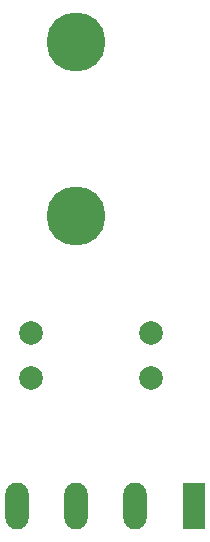
<source format=gbr>
G04 #@! TF.GenerationSoftware,KiCad,Pcbnew,(5.1.6)-1*
G04 #@! TF.CreationDate,2020-07-07T10:11:21-05:00*
G04 #@! TF.ProjectId,Ductos,44756374-6f73-42e6-9b69-6361645f7063,rev?*
G04 #@! TF.SameCoordinates,Original*
G04 #@! TF.FileFunction,Copper,L2,Bot*
G04 #@! TF.FilePolarity,Positive*
%FSLAX46Y46*%
G04 Gerber Fmt 4.6, Leading zero omitted, Abs format (unit mm)*
G04 Created by KiCad (PCBNEW (5.1.6)-1) date 2020-07-07 10:11:21*
%MOMM*%
%LPD*%
G01*
G04 APERTURE LIST*
G04 #@! TA.AperFunction,ComponentPad*
%ADD10C,2.000000*%
G04 #@! TD*
G04 #@! TA.AperFunction,ComponentPad*
%ADD11R,1.980000X3.960000*%
G04 #@! TD*
G04 #@! TA.AperFunction,ComponentPad*
%ADD12O,1.980000X3.960000*%
G04 #@! TD*
G04 #@! TA.AperFunction,ViaPad*
%ADD13C,5.000000*%
G04 #@! TD*
G04 APERTURE END LIST*
D10*
X50800000Y-66040000D03*
X40640000Y-66040000D03*
D11*
X54390000Y-76880000D03*
D12*
X49390000Y-76880000D03*
X39390000Y-76880000D03*
X44390000Y-76880000D03*
D10*
X40640000Y-62230000D03*
X50800000Y-62230000D03*
D13*
X44390000Y-52380000D03*
X44390000Y-37640000D03*
M02*

</source>
